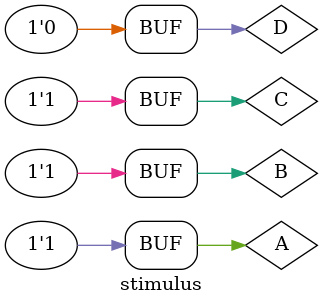
<source format=v>

module M (out, a, b, c, d);
output out;
input a, b, c, d;

wire e, f;

//Specify block with path delay statements
specify
	(a => out) = 9;
	(b => out) = 9;
	(c => out) = 11;
	(d => out) = 11;
endspecify

//gate instantiations
and a1(e, a, b);
and a2(f, c, d);
and a3(out, e, f);
endmodule


module stimulus;
wire OUT;
reg A,B,C,D;
 

M  my(OUT, A,B,C,D);
 

initial
begin
$monitor($time, 
" A=%b, B=%b, C=%b, D=%b, OUT=%b ",
	A,B,C,D, OUT);
	A = 1; B = 1; C = 1; D= 1;
	 
	#5 A = 0; B = 1; C = 1; D= 1;
	 
	#5 A = 1; B = 0; C = 1; D= 1;
	 
	#5 A = 1; B = 1; C = 1; D= 1;
	 
	#5 A = 1; B = 1; C = 1; D= 0;
	 
end
endmodule



</source>
